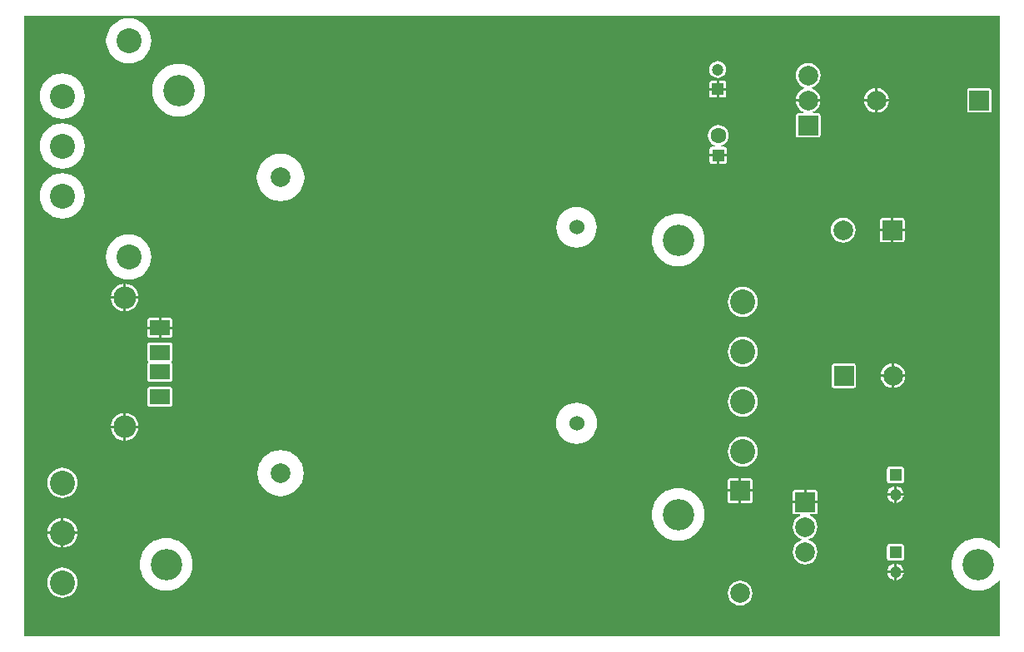
<source format=gtl>
G04 Layer_Physical_Order=1*
G04 Layer_Color=255*
%FSLAX25Y25*%
%MOIN*%
G70*
G01*
G75*
%ADD10C,0.02500*%
%ADD11C,0.10000*%
%ADD12C,0.06000*%
%ADD13C,0.07874*%
%ADD14R,0.07874X0.07874*%
%ADD15R,0.07874X0.07874*%
%ADD16C,0.06299*%
%ADD17R,0.04724X0.04724*%
%ADD18C,0.04724*%
%ADD19R,0.07874X0.06000*%
%ADD20C,0.09055*%
%ADD21C,0.12600*%
%ADD22C,0.05000*%
G36*
X336380Y-88276D02*
X335880Y-88460D01*
X334964Y-87388D01*
X333707Y-86314D01*
X332297Y-85451D01*
X330770Y-84818D01*
X329163Y-84432D01*
X327516Y-84303D01*
X325868Y-84432D01*
X324261Y-84818D01*
X322734Y-85451D01*
X321324Y-86314D01*
X320068Y-87388D01*
X318994Y-88644D01*
X318131Y-90054D01*
X317498Y-91581D01*
X317112Y-93188D01*
X316983Y-94836D01*
X317112Y-96483D01*
X317498Y-98090D01*
X318131Y-99617D01*
X318994Y-101027D01*
X320068Y-102284D01*
X321324Y-103357D01*
X322734Y-104221D01*
X324261Y-104853D01*
X325868Y-105239D01*
X327516Y-105369D01*
X329163Y-105239D01*
X330770Y-104853D01*
X332297Y-104221D01*
X333707Y-103357D01*
X334964Y-102284D01*
X335880Y-101211D01*
X336380Y-101395D01*
Y-123739D01*
X-54262D01*
Y125170D01*
X336380D01*
Y-88276D01*
D02*
G37*
%LPC*%
G36*
X296878Y-55580D02*
X292153D01*
X291763Y-55657D01*
X291432Y-55878D01*
X291211Y-56209D01*
X291134Y-56599D01*
Y-61324D01*
X291211Y-61714D01*
X291432Y-62045D01*
X291763Y-62266D01*
X292153Y-62343D01*
X296878D01*
X297268Y-62266D01*
X297599Y-62045D01*
X297820Y-61714D01*
X297897Y-61324D01*
Y-56599D01*
X297820Y-56209D01*
X297599Y-55878D01*
X297268Y-55657D01*
X296878Y-55580D01*
D02*
G37*
G36*
X236233Y-60298D02*
X232796D01*
Y-64755D01*
X237252D01*
Y-61318D01*
X237175Y-60928D01*
X236954Y-60597D01*
X236623Y-60376D01*
X236233Y-60298D01*
D02*
G37*
G36*
X166808Y-29990D02*
X165193Y-30149D01*
X163640Y-30620D01*
X162209Y-31385D01*
X160954Y-32414D01*
X159925Y-33669D01*
X159160Y-35100D01*
X158688Y-36654D01*
X158529Y-38269D01*
X158688Y-39884D01*
X159160Y-41437D01*
X159925Y-42868D01*
X160954Y-44123D01*
X162209Y-45153D01*
X163640Y-45918D01*
X165193Y-46389D01*
X166808Y-46548D01*
X168424Y-46389D01*
X169977Y-45918D01*
X171408Y-45153D01*
X172663Y-44123D01*
X173692Y-42868D01*
X174457Y-41437D01*
X174928Y-39884D01*
X175088Y-38269D01*
X174928Y-36654D01*
X174457Y-35100D01*
X173692Y-33669D01*
X172663Y-32414D01*
X171408Y-31385D01*
X169977Y-30620D01*
X168424Y-30149D01*
X166808Y-29990D01*
D02*
G37*
G36*
X233406Y-43617D02*
X232229Y-43732D01*
X231098Y-44076D01*
X230056Y-44633D01*
X229142Y-45382D01*
X228393Y-46296D01*
X227835Y-47338D01*
X227492Y-48469D01*
X227377Y-49646D01*
X227492Y-50822D01*
X227835Y-51953D01*
X228393Y-52995D01*
X229142Y-53909D01*
X230056Y-54659D01*
X231098Y-55216D01*
X232229Y-55559D01*
X233406Y-55675D01*
X234582Y-55559D01*
X235713Y-55216D01*
X236755Y-54659D01*
X237669Y-53909D01*
X238419Y-52995D01*
X238976Y-51953D01*
X239319Y-50822D01*
X239435Y-49646D01*
X239319Y-48469D01*
X238976Y-47338D01*
X238419Y-46296D01*
X237669Y-45382D01*
X236755Y-44633D01*
X235713Y-44076D01*
X234582Y-43732D01*
X233406Y-43617D01*
D02*
G37*
G36*
X231796Y-60298D02*
X228359D01*
X227968Y-60376D01*
X227638Y-60597D01*
X227417Y-60928D01*
X227339Y-61318D01*
Y-64755D01*
X231796D01*
Y-60298D01*
D02*
G37*
G36*
X48309Y-49045D02*
X46509Y-49222D01*
X44779Y-49747D01*
X43184Y-50599D01*
X41786Y-51746D01*
X40639Y-53144D01*
X39787Y-54739D01*
X39262Y-56469D01*
X39084Y-58269D01*
X39262Y-60068D01*
X39787Y-61799D01*
X40639Y-63393D01*
X41786Y-64791D01*
X43184Y-65938D01*
X44779Y-66791D01*
X46509Y-67316D01*
X48309Y-67493D01*
X50108Y-67316D01*
X51838Y-66791D01*
X53433Y-65938D01*
X54831Y-64791D01*
X55978Y-63393D01*
X56830Y-61799D01*
X57355Y-60068D01*
X57533Y-58269D01*
X57355Y-56469D01*
X56830Y-54739D01*
X55978Y-53144D01*
X54831Y-51746D01*
X53433Y-50599D01*
X51838Y-49747D01*
X50108Y-49222D01*
X48309Y-49045D01*
D02*
G37*
G36*
X-39094Y-56117D02*
X-40271Y-56232D01*
X-41402Y-56576D01*
X-42444Y-57133D01*
X-43358Y-57882D01*
X-44107Y-58796D01*
X-44664Y-59838D01*
X-45008Y-60969D01*
X-45123Y-62146D01*
X-45008Y-63322D01*
X-44664Y-64453D01*
X-44107Y-65495D01*
X-43358Y-66409D01*
X-42444Y-67159D01*
X-41402Y-67716D01*
X-40271Y-68059D01*
X-39094Y-68175D01*
X-37918Y-68059D01*
X-36787Y-67716D01*
X-35745Y-67159D01*
X-34831Y-66409D01*
X-34081Y-65495D01*
X-33524Y-64453D01*
X-33181Y-63322D01*
X-33065Y-62146D01*
X-33181Y-60969D01*
X-33524Y-59838D01*
X-34081Y-58796D01*
X-34831Y-57882D01*
X-35745Y-57133D01*
X-36787Y-56576D01*
X-37918Y-56232D01*
X-39094Y-56117D01*
D02*
G37*
G36*
X295016Y-63510D02*
Y-66336D01*
X297841D01*
X297791Y-65958D01*
X297452Y-65140D01*
X296914Y-64438D01*
X296211Y-63899D01*
X295393Y-63560D01*
X295016Y-63510D01*
D02*
G37*
G36*
X294016D02*
X293638Y-63560D01*
X292820Y-63899D01*
X292118Y-64438D01*
X291579Y-65140D01*
X291240Y-65958D01*
X291190Y-66336D01*
X294016D01*
Y-63510D01*
D02*
G37*
G36*
X-14594Y-40146D02*
X-19604D01*
X-19480Y-41089D01*
X-18923Y-42433D01*
X-18037Y-43588D01*
X-16882Y-44474D01*
X-15537Y-45031D01*
X-14594Y-45155D01*
Y-40146D01*
D02*
G37*
G36*
X277748Y-14229D02*
X269874D01*
X269483Y-14307D01*
X269153Y-14528D01*
X268932Y-14858D01*
X268854Y-15249D01*
Y-23123D01*
X268932Y-23513D01*
X269153Y-23844D01*
X269483Y-24065D01*
X269874Y-24142D01*
X277748D01*
X278138Y-24065D01*
X278469Y-23844D01*
X278690Y-23513D01*
X278767Y-23123D01*
Y-15249D01*
X278690Y-14858D01*
X278469Y-14528D01*
X278138Y-14307D01*
X277748Y-14229D01*
D02*
G37*
G36*
X3937Y-23539D02*
X-3937D01*
X-4327Y-23617D01*
X-4658Y-23838D01*
X-4879Y-24169D01*
X-4957Y-24559D01*
Y-30559D01*
X-4879Y-30949D01*
X-4658Y-31280D01*
X-4327Y-31501D01*
X-3937Y-31579D01*
X3937D01*
X4327Y-31501D01*
X4658Y-31280D01*
X4879Y-30949D01*
X4957Y-30559D01*
Y-24559D01*
X4879Y-24169D01*
X4658Y-23838D01*
X4327Y-23617D01*
X3937Y-23539D01*
D02*
G37*
G36*
X298409Y-19686D02*
X293996D01*
Y-24099D01*
X294784Y-23995D01*
X295985Y-23498D01*
X297017Y-22707D01*
X297808Y-21675D01*
X298306Y-20474D01*
X298409Y-19686D01*
D02*
G37*
G36*
X292996D02*
X288582D01*
X288686Y-20474D01*
X289183Y-21675D01*
X289974Y-22707D01*
X291006Y-23498D01*
X292207Y-23995D01*
X292996Y-24099D01*
Y-19686D01*
D02*
G37*
G36*
X233406Y-23617D02*
X232229Y-23732D01*
X231098Y-24076D01*
X230056Y-24633D01*
X229142Y-25382D01*
X228393Y-26296D01*
X227835Y-27338D01*
X227492Y-28469D01*
X227377Y-29646D01*
X227492Y-30822D01*
X227835Y-31953D01*
X228393Y-32995D01*
X229142Y-33909D01*
X230056Y-34659D01*
X231098Y-35216D01*
X232229Y-35559D01*
X233406Y-35675D01*
X234582Y-35559D01*
X235713Y-35216D01*
X236755Y-34659D01*
X237669Y-33909D01*
X238419Y-32995D01*
X238976Y-31953D01*
X239319Y-30822D01*
X239435Y-29646D01*
X239319Y-28469D01*
X238976Y-27338D01*
X238419Y-26296D01*
X237669Y-25382D01*
X236755Y-24633D01*
X235713Y-24076D01*
X234582Y-23732D01*
X233406Y-23617D01*
D02*
G37*
G36*
X-8585Y-40146D02*
X-13594D01*
Y-45155D01*
X-12651Y-45031D01*
X-11307Y-44474D01*
X-10152Y-43588D01*
X-9266Y-42433D01*
X-8709Y-41089D01*
X-8585Y-40146D01*
D02*
G37*
G36*
X3937Y-5823D02*
X-3937D01*
X-4327Y-5901D01*
X-4658Y-6122D01*
X-4879Y-6452D01*
X-4957Y-6843D01*
Y-12843D01*
X-4879Y-13233D01*
X-4736Y-13446D01*
X-4689Y-13780D01*
X-4736Y-14113D01*
X-4879Y-14326D01*
X-4957Y-14717D01*
Y-20717D01*
X-4879Y-21107D01*
X-4658Y-21438D01*
X-4327Y-21659D01*
X-3937Y-21736D01*
X3937D01*
X4327Y-21659D01*
X4658Y-21438D01*
X4879Y-21107D01*
X4957Y-20717D01*
Y-14717D01*
X4879Y-14326D01*
X4736Y-14113D01*
X4689Y-13780D01*
X4736Y-13446D01*
X4879Y-13233D01*
X4957Y-12843D01*
Y-6843D01*
X4879Y-6452D01*
X4658Y-6122D01*
X4327Y-5901D01*
X3937Y-5823D01*
D02*
G37*
G36*
X-13594Y-34136D02*
Y-39146D01*
X-8585D01*
X-8709Y-38203D01*
X-9266Y-36858D01*
X-10152Y-35703D01*
X-11307Y-34817D01*
X-12651Y-34260D01*
X-13594Y-34136D01*
D02*
G37*
G36*
X-14594D02*
X-15537Y-34260D01*
X-16882Y-34817D01*
X-18037Y-35703D01*
X-18923Y-36858D01*
X-19480Y-38203D01*
X-19604Y-39146D01*
X-14594D01*
Y-34136D01*
D02*
G37*
G36*
X262253Y-64879D02*
X258816D01*
Y-69336D01*
X263272D01*
Y-65899D01*
X263195Y-65508D01*
X262974Y-65178D01*
X262643Y-64957D01*
X262253Y-64879D01*
D02*
G37*
G36*
X295016Y-94510D02*
Y-97336D01*
X297841D01*
X297791Y-96958D01*
X297452Y-96140D01*
X296914Y-95438D01*
X296211Y-94899D01*
X295393Y-94560D01*
X295016Y-94510D01*
D02*
G37*
G36*
X294016D02*
X293638Y-94560D01*
X292820Y-94899D01*
X292118Y-95438D01*
X291579Y-96140D01*
X291240Y-96958D01*
X291190Y-97336D01*
X294016D01*
Y-94510D01*
D02*
G37*
G36*
X296878Y-86580D02*
X292153D01*
X291763Y-86657D01*
X291432Y-86878D01*
X291211Y-87209D01*
X291134Y-87599D01*
Y-92324D01*
X291211Y-92714D01*
X291432Y-93045D01*
X291763Y-93266D01*
X292153Y-93343D01*
X296878D01*
X297268Y-93266D01*
X297599Y-93045D01*
X297820Y-92714D01*
X297897Y-92324D01*
Y-87599D01*
X297820Y-87209D01*
X297599Y-86878D01*
X297268Y-86657D01*
X296878Y-86580D01*
D02*
G37*
G36*
X263272Y-70336D02*
X258316D01*
X253359D01*
Y-73773D01*
X253437Y-74163D01*
X253658Y-74494D01*
X253988Y-74715D01*
X254379Y-74792D01*
X256284D01*
X256383Y-75292D01*
X255826Y-75523D01*
X254795Y-76315D01*
X254003Y-77346D01*
X253506Y-78547D01*
X253336Y-79836D01*
X253506Y-81124D01*
X254003Y-82325D01*
X254795Y-83357D01*
X255826Y-84148D01*
X256832Y-84565D01*
Y-85106D01*
X255826Y-85523D01*
X254795Y-86314D01*
X254003Y-87346D01*
X253506Y-88547D01*
X253336Y-89836D01*
X253506Y-91124D01*
X254003Y-92325D01*
X254795Y-93357D01*
X255826Y-94148D01*
X257027Y-94646D01*
X258316Y-94815D01*
X259604Y-94646D01*
X260805Y-94148D01*
X261837Y-93357D01*
X262628Y-92325D01*
X263125Y-91124D01*
X263295Y-89836D01*
X263125Y-88547D01*
X262628Y-87346D01*
X261837Y-86314D01*
X260805Y-85523D01*
X259799Y-85106D01*
Y-84565D01*
X260805Y-84148D01*
X261837Y-83357D01*
X262628Y-82325D01*
X263125Y-81124D01*
X263295Y-79836D01*
X263125Y-78547D01*
X262628Y-77346D01*
X261837Y-76315D01*
X260805Y-75523D01*
X260248Y-75292D01*
X260347Y-74792D01*
X262253D01*
X262643Y-74715D01*
X262974Y-74494D01*
X263195Y-74163D01*
X263272Y-73773D01*
Y-70336D01*
D02*
G37*
G36*
X297841Y-98336D02*
X295016D01*
Y-101161D01*
X295393Y-101111D01*
X296211Y-100773D01*
X296914Y-100234D01*
X297452Y-99531D01*
X297791Y-98713D01*
X297841Y-98336D01*
D02*
G37*
G36*
X-39094Y-96117D02*
X-40271Y-96232D01*
X-41402Y-96575D01*
X-42444Y-97133D01*
X-43358Y-97882D01*
X-44107Y-98796D01*
X-44664Y-99838D01*
X-45008Y-100969D01*
X-45123Y-102146D01*
X-45008Y-103322D01*
X-44664Y-104453D01*
X-44107Y-105495D01*
X-43358Y-106409D01*
X-42444Y-107159D01*
X-41402Y-107716D01*
X-40271Y-108059D01*
X-39094Y-108175D01*
X-37918Y-108059D01*
X-36787Y-107716D01*
X-35745Y-107159D01*
X-34831Y-106409D01*
X-34081Y-105495D01*
X-33524Y-104453D01*
X-33181Y-103322D01*
X-33065Y-102146D01*
X-33181Y-100969D01*
X-33524Y-99838D01*
X-34081Y-98796D01*
X-34831Y-97882D01*
X-35745Y-97133D01*
X-36787Y-96575D01*
X-37918Y-96232D01*
X-39094Y-96117D01*
D02*
G37*
G36*
X232296Y-101457D02*
X231007Y-101626D01*
X229806Y-102124D01*
X228774Y-102915D01*
X227983Y-103946D01*
X227486Y-105147D01*
X227316Y-106436D01*
X227486Y-107725D01*
X227983Y-108926D01*
X228774Y-109957D01*
X229806Y-110749D01*
X231007Y-111246D01*
X232296Y-111416D01*
X233584Y-111246D01*
X234785Y-110749D01*
X235817Y-109957D01*
X236608Y-108926D01*
X237105Y-107725D01*
X237275Y-106436D01*
X237105Y-105147D01*
X236608Y-103946D01*
X235817Y-102915D01*
X234785Y-102124D01*
X233584Y-101626D01*
X232296Y-101457D01*
D02*
G37*
G36*
X294016Y-98336D02*
X291190D01*
X291240Y-98713D01*
X291579Y-99531D01*
X292118Y-100234D01*
X292820Y-100773D01*
X293638Y-101111D01*
X294016Y-101161D01*
Y-98336D01*
D02*
G37*
G36*
X2516Y-84283D02*
X865Y-84413D01*
X-745Y-84800D01*
X-2275Y-85433D01*
X-3687Y-86298D01*
X-4946Y-87374D01*
X-6022Y-88633D01*
X-6887Y-90045D01*
X-7520Y-91575D01*
X-7907Y-93185D01*
X-8037Y-94836D01*
X-7907Y-96486D01*
X-7520Y-98097D01*
X-6887Y-99626D01*
X-6022Y-101038D01*
X-4946Y-102297D01*
X-3687Y-103373D01*
X-2275Y-104238D01*
X-745Y-104872D01*
X865Y-105258D01*
X2516Y-105388D01*
X4166Y-105258D01*
X5776Y-104872D01*
X7306Y-104238D01*
X8718Y-103373D01*
X9977Y-102297D01*
X11053Y-101038D01*
X11918Y-99626D01*
X12552Y-98097D01*
X12938Y-96486D01*
X13068Y-94836D01*
X12938Y-93185D01*
X12552Y-91575D01*
X11918Y-90045D01*
X11053Y-88633D01*
X9977Y-87374D01*
X8718Y-86298D01*
X7306Y-85433D01*
X5776Y-84800D01*
X4166Y-84413D01*
X2516Y-84283D01*
D02*
G37*
G36*
X-39594Y-82646D02*
X-45074D01*
X-45008Y-83322D01*
X-44664Y-84453D01*
X-44107Y-85495D01*
X-43358Y-86409D01*
X-42444Y-87159D01*
X-41402Y-87716D01*
X-40271Y-88059D01*
X-39594Y-88125D01*
Y-82646D01*
D02*
G37*
G36*
X294016Y-67336D02*
X291190D01*
X291240Y-67713D01*
X291579Y-68531D01*
X292118Y-69234D01*
X292820Y-69772D01*
X293638Y-70111D01*
X294016Y-70161D01*
Y-67336D01*
D02*
G37*
G36*
X237252Y-65755D02*
X232796D01*
Y-70212D01*
X236233D01*
X236623Y-70134D01*
X236954Y-69913D01*
X237175Y-69582D01*
X237252Y-69192D01*
Y-65755D01*
D02*
G37*
G36*
X257816Y-64879D02*
X254379D01*
X253988Y-64957D01*
X253658Y-65178D01*
X253437Y-65508D01*
X253359Y-65899D01*
Y-69336D01*
X257816D01*
Y-64879D01*
D02*
G37*
G36*
X297841Y-67336D02*
X295016D01*
Y-70161D01*
X295393Y-70111D01*
X296211Y-69772D01*
X296914Y-69234D01*
X297452Y-68531D01*
X297791Y-67713D01*
X297841Y-67336D01*
D02*
G37*
G36*
X231796Y-65755D02*
X227339D01*
Y-69192D01*
X227417Y-69582D01*
X227638Y-69913D01*
X227968Y-70134D01*
X228359Y-70212D01*
X231796D01*
Y-65755D01*
D02*
G37*
G36*
X207516Y-64303D02*
X205868Y-64432D01*
X204261Y-64818D01*
X202734Y-65451D01*
X201324Y-66314D01*
X200068Y-67388D01*
X198994Y-68644D01*
X198131Y-70054D01*
X197498Y-71581D01*
X197112Y-73188D01*
X196983Y-74836D01*
X197112Y-76483D01*
X197498Y-78091D01*
X198131Y-79618D01*
X198994Y-81027D01*
X200068Y-82284D01*
X201324Y-83357D01*
X202734Y-84221D01*
X204261Y-84853D01*
X205868Y-85239D01*
X207516Y-85369D01*
X209163Y-85239D01*
X210771Y-84853D01*
X212298Y-84221D01*
X213707Y-83357D01*
X214964Y-82284D01*
X216037Y-81027D01*
X216901Y-79618D01*
X217533Y-78091D01*
X217919Y-76483D01*
X218049Y-74836D01*
X217919Y-73188D01*
X217533Y-71581D01*
X216901Y-70054D01*
X216037Y-68644D01*
X214964Y-67388D01*
X213707Y-66314D01*
X212298Y-65451D01*
X210771Y-64818D01*
X209163Y-64432D01*
X207516Y-64303D01*
D02*
G37*
G36*
X-33115Y-82646D02*
X-38594D01*
Y-88125D01*
X-37918Y-88059D01*
X-36787Y-87716D01*
X-35745Y-87159D01*
X-34831Y-86409D01*
X-34081Y-85495D01*
X-33524Y-84453D01*
X-33181Y-83322D01*
X-33115Y-82646D01*
D02*
G37*
G36*
X-38594Y-76166D02*
Y-81646D01*
X-33115D01*
X-33181Y-80969D01*
X-33524Y-79838D01*
X-34081Y-78796D01*
X-34831Y-77882D01*
X-35745Y-77133D01*
X-36787Y-76575D01*
X-37918Y-76232D01*
X-38594Y-76166D01*
D02*
G37*
G36*
X-39594D02*
X-40271Y-76232D01*
X-41402Y-76575D01*
X-42444Y-77133D01*
X-43358Y-77882D01*
X-44107Y-78796D01*
X-44664Y-79838D01*
X-45008Y-80969D01*
X-45074Y-81646D01*
X-39594D01*
Y-76166D01*
D02*
G37*
G36*
X292996Y-14272D02*
X292207Y-14376D01*
X291006Y-14873D01*
X289974Y-15664D01*
X289183Y-16696D01*
X288686Y-17897D01*
X288582Y-18686D01*
X292996D01*
Y-14272D01*
D02*
G37*
G36*
X-39094Y101898D02*
X-40859Y101724D01*
X-42555Y101210D01*
X-44119Y100374D01*
X-45489Y99249D01*
X-46614Y97879D01*
X-47449Y96315D01*
X-47964Y94619D01*
X-48138Y92854D01*
X-47964Y91090D01*
X-47449Y89394D01*
X-46614Y87830D01*
X-45489Y86460D01*
X-44119Y85335D01*
X-42555Y84499D01*
X-40859Y83985D01*
X-39094Y83811D01*
X-37330Y83985D01*
X-35634Y84499D01*
X-34070Y85335D01*
X-32700Y86460D01*
X-31575Y87830D01*
X-30739Y89394D01*
X-30225Y91090D01*
X-30051Y92854D01*
X-30225Y94619D01*
X-30739Y96315D01*
X-31575Y97879D01*
X-32700Y99249D01*
X-34070Y100374D01*
X-35634Y101210D01*
X-37330Y101724D01*
X-39094Y101898D01*
D02*
G37*
G36*
X264429Y90664D02*
X259516D01*
X254602D01*
X254706Y89876D01*
X255203Y88675D01*
X255995Y87643D01*
X257026Y86852D01*
X257583Y86621D01*
X257484Y86121D01*
X255579D01*
X255188Y86043D01*
X254858Y85822D01*
X254637Y85492D01*
X254559Y85101D01*
Y77227D01*
X254637Y76837D01*
X254858Y76506D01*
X255188Y76285D01*
X255579Y76208D01*
X263453D01*
X263843Y76285D01*
X264174Y76506D01*
X264395Y76837D01*
X264472Y77227D01*
Y85101D01*
X264395Y85492D01*
X264174Y85822D01*
X263843Y86043D01*
X263453Y86121D01*
X261547D01*
X261448Y86621D01*
X262005Y86852D01*
X263037Y87643D01*
X263828Y88675D01*
X264325Y89876D01*
X264429Y90664D01*
D02*
G37*
G36*
X7516Y105764D02*
X5858Y105633D01*
X4240Y105245D01*
X2703Y104609D01*
X1285Y103740D01*
X21Y102659D01*
X-1060Y101395D01*
X-1929Y99976D01*
X-2565Y98440D01*
X-2953Y96823D01*
X-3084Y95164D01*
X-2953Y93506D01*
X-2565Y91889D01*
X-1929Y90352D01*
X-1060Y88934D01*
X21Y87669D01*
X1285Y86589D01*
X2703Y85720D01*
X4240Y85084D01*
X5858Y84695D01*
X7516Y84565D01*
X9174Y84695D01*
X10791Y85084D01*
X12328Y85720D01*
X13746Y86589D01*
X15011Y87669D01*
X16091Y88934D01*
X16960Y90352D01*
X17596Y91889D01*
X17985Y93506D01*
X18115Y95164D01*
X17985Y96823D01*
X17596Y98440D01*
X16960Y99976D01*
X16091Y101395D01*
X15011Y102659D01*
X13746Y103740D01*
X12328Y104609D01*
X10791Y105245D01*
X9174Y105633D01*
X7516Y105764D01*
D02*
G37*
G36*
X286425Y90664D02*
X282011D01*
X282115Y89876D01*
X282612Y88675D01*
X283404Y87643D01*
X284435Y86852D01*
X285636Y86355D01*
X286425Y86251D01*
Y90664D01*
D02*
G37*
G36*
X332043Y96121D02*
X324169D01*
X323779Y96043D01*
X323448Y95822D01*
X323227Y95492D01*
X323150Y95101D01*
Y87227D01*
X323227Y86837D01*
X323448Y86506D01*
X323779Y86285D01*
X324169Y86208D01*
X332043D01*
X332433Y86285D01*
X332764Y86506D01*
X332985Y86837D01*
X333063Y87227D01*
Y95101D01*
X332985Y95492D01*
X332764Y95822D01*
X332433Y96043D01*
X332043Y96121D01*
D02*
G37*
G36*
X-39094Y81898D02*
X-40859Y81724D01*
X-42555Y81210D01*
X-44119Y80374D01*
X-45489Y79249D01*
X-46614Y77879D01*
X-47449Y76315D01*
X-47964Y74619D01*
X-48138Y72854D01*
X-47964Y71090D01*
X-47449Y69394D01*
X-46614Y67830D01*
X-45489Y66460D01*
X-44119Y65335D01*
X-42555Y64499D01*
X-40859Y63985D01*
X-39094Y63811D01*
X-37330Y63985D01*
X-35634Y64499D01*
X-34070Y65335D01*
X-32700Y66460D01*
X-31575Y67830D01*
X-30739Y69394D01*
X-30225Y71090D01*
X-30051Y72854D01*
X-30225Y74619D01*
X-30739Y76315D01*
X-31575Y77879D01*
X-32700Y79249D01*
X-34070Y80374D01*
X-35634Y81210D01*
X-37330Y81724D01*
X-39094Y81898D01*
D02*
G37*
G36*
X48309Y69737D02*
X46454Y69555D01*
X44671Y69014D01*
X43027Y68135D01*
X41587Y66953D01*
X40404Y65513D01*
X39526Y63869D01*
X38985Y62086D01*
X38802Y60231D01*
X38985Y58377D01*
X39526Y56594D01*
X40404Y54950D01*
X41587Y53510D01*
X43027Y52327D01*
X44671Y51449D01*
X46454Y50908D01*
X48309Y50725D01*
X50163Y50908D01*
X51946Y51449D01*
X53590Y52327D01*
X55030Y53510D01*
X56213Y54950D01*
X57091Y56594D01*
X57632Y58377D01*
X57815Y60231D01*
X57632Y62086D01*
X57091Y63869D01*
X56213Y65513D01*
X55030Y66953D01*
X53590Y68135D01*
X51946Y69014D01*
X50163Y69555D01*
X48309Y69737D01*
D02*
G37*
G36*
X223016Y68664D02*
X220134D01*
Y66802D01*
X220211Y66412D01*
X220432Y66081D01*
X220763Y65860D01*
X221153Y65783D01*
X223016D01*
Y68664D01*
D02*
G37*
G36*
X223516Y81224D02*
X222432Y81081D01*
X221423Y80663D01*
X220556Y79998D01*
X219891Y79131D01*
X219473Y78122D01*
X219330Y77038D01*
X219473Y75955D01*
X219891Y74946D01*
X220556Y74079D01*
X221423Y73414D01*
X222310Y73046D01*
X222211Y72546D01*
X221153D01*
X220763Y72469D01*
X220432Y72248D01*
X220211Y71917D01*
X220134Y71527D01*
Y69664D01*
X223516D01*
X226897D01*
Y71527D01*
X226820Y71917D01*
X226599Y72248D01*
X226268Y72469D01*
X225878Y72546D01*
X224820D01*
X224721Y73046D01*
X225608Y73414D01*
X226475Y74079D01*
X227140Y74946D01*
X227558Y75955D01*
X227701Y77038D01*
X227558Y78122D01*
X227140Y79131D01*
X226475Y79998D01*
X225608Y80663D01*
X224599Y81081D01*
X223516Y81224D01*
D02*
G37*
G36*
X226897Y68664D02*
X224016D01*
Y65783D01*
X225878D01*
X226268Y65860D01*
X226599Y66081D01*
X226820Y66412D01*
X226897Y66802D01*
Y68664D01*
D02*
G37*
G36*
X222896Y98992D02*
X221033D01*
X220643Y98915D01*
X220312Y98694D01*
X220091Y98363D01*
X220014Y97973D01*
Y96110D01*
X222896D01*
Y98992D01*
D02*
G37*
G36*
X226777Y95110D02*
X223896D01*
Y92229D01*
X225758D01*
X226148Y92306D01*
X226479Y92527D01*
X226700Y92858D01*
X226777Y93248D01*
Y95110D01*
D02*
G37*
G36*
X225758Y98992D02*
X223896D01*
Y96110D01*
X226777D01*
Y97973D01*
X226700Y98363D01*
X226479Y98694D01*
X226148Y98915D01*
X225758Y98992D01*
D02*
G37*
G36*
X-12500Y124044D02*
X-14264Y123870D01*
X-15961Y123355D01*
X-17524Y122519D01*
X-18895Y121395D01*
X-20019Y120024D01*
X-20855Y118461D01*
X-21370Y116764D01*
X-21543Y115000D01*
X-21370Y113236D01*
X-20855Y111539D01*
X-20019Y109976D01*
X-18895Y108605D01*
X-17524Y107481D01*
X-15961Y106645D01*
X-14264Y106130D01*
X-12500Y105956D01*
X-10736Y106130D01*
X-9039Y106645D01*
X-7476Y107481D01*
X-6105Y108605D01*
X-4981Y109976D01*
X-4145Y111539D01*
X-3630Y113236D01*
X-3457Y115000D01*
X-3630Y116764D01*
X-4145Y118461D01*
X-4981Y120024D01*
X-6105Y121395D01*
X-7476Y122519D01*
X-9039Y123355D01*
X-10736Y123870D01*
X-12500Y124044D01*
D02*
G37*
G36*
X223396Y106876D02*
X222518Y106760D01*
X221700Y106421D01*
X220998Y105882D01*
X220459Y105180D01*
X220120Y104362D01*
X220004Y103484D01*
X220120Y102607D01*
X220459Y101789D01*
X220998Y101086D01*
X221700Y100548D01*
X222518Y100209D01*
X223396Y100093D01*
X224273Y100209D01*
X225091Y100548D01*
X225794Y101086D01*
X226332Y101789D01*
X226671Y102607D01*
X226787Y103484D01*
X226671Y104362D01*
X226332Y105180D01*
X225794Y105882D01*
X225091Y106421D01*
X224273Y106760D01*
X223396Y106876D01*
D02*
G37*
G36*
X259516Y106144D02*
X258227Y105974D01*
X257026Y105477D01*
X255995Y104685D01*
X255203Y103654D01*
X254706Y102453D01*
X254536Y101164D01*
X254706Y99876D01*
X255203Y98675D01*
X255995Y97643D01*
X257026Y96852D01*
X258032Y96435D01*
Y95894D01*
X257026Y95477D01*
X255995Y94686D01*
X255203Y93654D01*
X254706Y92453D01*
X254602Y91664D01*
X259516D01*
X264429D01*
X264325Y92453D01*
X263828Y93654D01*
X263037Y94686D01*
X262005Y95477D01*
X260999Y95894D01*
Y96435D01*
X262005Y96852D01*
X263037Y97643D01*
X263828Y98675D01*
X264325Y99876D01*
X264495Y101164D01*
X264325Y102453D01*
X263828Y103654D01*
X263037Y104685D01*
X262005Y105477D01*
X260804Y105974D01*
X259516Y106144D01*
D02*
G37*
G36*
X291839Y90664D02*
X287425D01*
Y86251D01*
X288214Y86355D01*
X289415Y86852D01*
X290446Y87643D01*
X291237Y88675D01*
X291735Y89876D01*
X291839Y90664D01*
D02*
G37*
G36*
X286425Y96078D02*
X285636Y95974D01*
X284435Y95477D01*
X283404Y94686D01*
X282612Y93654D01*
X282115Y92453D01*
X282011Y91664D01*
X286425D01*
Y96078D01*
D02*
G37*
G36*
X222896Y95110D02*
X220014D01*
Y93248D01*
X220091Y92858D01*
X220312Y92527D01*
X220643Y92306D01*
X221033Y92229D01*
X222896D01*
Y95110D01*
D02*
G37*
G36*
X287425Y96078D02*
Y91664D01*
X291839D01*
X291735Y92453D01*
X291237Y93654D01*
X290446Y94686D01*
X289415Y95477D01*
X288214Y95974D01*
X287425Y96078D01*
D02*
G37*
G36*
X233406Y16383D02*
X232229Y16268D01*
X231098Y15924D01*
X230056Y15367D01*
X229142Y14618D01*
X228393Y13704D01*
X227835Y12662D01*
X227492Y11531D01*
X227377Y10354D01*
X227492Y9178D01*
X227835Y8047D01*
X228393Y7005D01*
X229142Y6091D01*
X230056Y5341D01*
X231098Y4784D01*
X232229Y4441D01*
X233406Y4325D01*
X234582Y4441D01*
X235713Y4784D01*
X236755Y5341D01*
X237669Y6091D01*
X238419Y7005D01*
X238976Y8047D01*
X239319Y9178D01*
X239435Y10354D01*
X239319Y11531D01*
X238976Y12662D01*
X238419Y13704D01*
X237669Y14618D01*
X236755Y15367D01*
X235713Y15924D01*
X234582Y16268D01*
X233406Y16383D01*
D02*
G37*
G36*
X3937Y4020D02*
X500D01*
Y500D01*
X4957D01*
Y3000D01*
X4879Y3390D01*
X4658Y3721D01*
X4327Y3942D01*
X3937Y4020D01*
D02*
G37*
G36*
X-14594Y11587D02*
X-19604D01*
X-19480Y10644D01*
X-18923Y9299D01*
X-18037Y8144D01*
X-16882Y7258D01*
X-15537Y6701D01*
X-14594Y6577D01*
Y11587D01*
D02*
G37*
G36*
Y17596D02*
X-15537Y17472D01*
X-16882Y16915D01*
X-18037Y16029D01*
X-18923Y14874D01*
X-19480Y13530D01*
X-19604Y12587D01*
X-14594D01*
Y17596D01*
D02*
G37*
G36*
X-8585Y11587D02*
X-13594D01*
Y6577D01*
X-12651Y6701D01*
X-11307Y7258D01*
X-10152Y8144D01*
X-9266Y9299D01*
X-8709Y10644D01*
X-8585Y11587D01*
D02*
G37*
G36*
X233406Y-3617D02*
X232229Y-3732D01*
X231098Y-4075D01*
X230056Y-4633D01*
X229142Y-5382D01*
X228393Y-6296D01*
X227835Y-7338D01*
X227492Y-8469D01*
X227377Y-9646D01*
X227492Y-10822D01*
X227835Y-11953D01*
X228393Y-12995D01*
X229142Y-13909D01*
X230056Y-14659D01*
X231098Y-15216D01*
X232229Y-15559D01*
X233406Y-15675D01*
X234582Y-15559D01*
X235713Y-15216D01*
X236755Y-14659D01*
X237669Y-13909D01*
X238419Y-12995D01*
X238976Y-11953D01*
X239319Y-10822D01*
X239435Y-9646D01*
X239319Y-8469D01*
X238976Y-7338D01*
X238419Y-6296D01*
X237669Y-5382D01*
X236755Y-4633D01*
X235713Y-4075D01*
X234582Y-3732D01*
X233406Y-3617D01*
D02*
G37*
G36*
X293996Y-14272D02*
Y-18686D01*
X298409D01*
X298306Y-17897D01*
X297808Y-16696D01*
X297017Y-15664D01*
X295985Y-14873D01*
X294784Y-14376D01*
X293996Y-14272D01*
D02*
G37*
G36*
X-500Y-500D02*
X-4957D01*
Y-3000D01*
X-4879Y-3390D01*
X-4658Y-3721D01*
X-4327Y-3942D01*
X-3937Y-4020D01*
X-500D01*
Y-500D01*
D02*
G37*
G36*
Y4020D02*
X-3937D01*
X-4327Y3942D01*
X-4658Y3721D01*
X-4879Y3390D01*
X-4957Y3000D01*
Y500D01*
X-500D01*
Y4020D01*
D02*
G37*
G36*
X4957Y-500D02*
X500D01*
Y-4020D01*
X3937D01*
X4327Y-3942D01*
X4658Y-3721D01*
X4879Y-3390D01*
X4957Y-3000D01*
Y-500D01*
D02*
G37*
G36*
X298157Y38664D02*
X293701D01*
Y34208D01*
X297138D01*
X297528Y34285D01*
X297859Y34506D01*
X298080Y34837D01*
X298157Y35227D01*
Y38664D01*
D02*
G37*
G36*
X292701D02*
X288244D01*
Y35227D01*
X288322Y34837D01*
X288543Y34506D01*
X288873Y34285D01*
X289264Y34208D01*
X292701D01*
Y38664D01*
D02*
G37*
G36*
Y44121D02*
X289264D01*
X288873Y44043D01*
X288543Y43822D01*
X288322Y43492D01*
X288244Y43101D01*
Y39664D01*
X292701D01*
Y44121D01*
D02*
G37*
G36*
X-39094Y61898D02*
X-40859Y61724D01*
X-42555Y61210D01*
X-44119Y60374D01*
X-45489Y59249D01*
X-46614Y57879D01*
X-47449Y56315D01*
X-47964Y54619D01*
X-48138Y52854D01*
X-47964Y51090D01*
X-47449Y49394D01*
X-46614Y47830D01*
X-45489Y46460D01*
X-44119Y45335D01*
X-42555Y44499D01*
X-40859Y43985D01*
X-39094Y43811D01*
X-37330Y43985D01*
X-35634Y44499D01*
X-34070Y45335D01*
X-32700Y46460D01*
X-31575Y47830D01*
X-30739Y49394D01*
X-30225Y51090D01*
X-30051Y52854D01*
X-30225Y54619D01*
X-30739Y56315D01*
X-31575Y57879D01*
X-32700Y59249D01*
X-34070Y60374D01*
X-35634Y61210D01*
X-37330Y61724D01*
X-39094Y61898D01*
D02*
G37*
G36*
X297138Y44121D02*
X293701D01*
Y39664D01*
X298157D01*
Y43101D01*
X298080Y43492D01*
X297859Y43822D01*
X297528Y44043D01*
X297138Y44121D01*
D02*
G37*
G36*
X-12500Y37482D02*
X-14275Y37307D01*
X-15981Y36789D01*
X-17553Y35949D01*
X-18932Y34818D01*
X-20063Y33439D01*
X-20903Y31867D01*
X-21421Y30160D01*
X-21596Y28386D01*
X-21421Y26611D01*
X-20903Y24905D01*
X-20063Y23332D01*
X-18932Y21954D01*
X-17553Y20823D01*
X-15981Y19982D01*
X-14275Y19465D01*
X-12500Y19290D01*
X-10725Y19465D01*
X-9019Y19982D01*
X-7447Y20823D01*
X-6068Y21954D01*
X-4937Y23332D01*
X-4096Y24905D01*
X-3579Y26611D01*
X-3404Y28386D01*
X-3579Y30160D01*
X-4096Y31867D01*
X-4937Y33439D01*
X-6068Y34818D01*
X-7447Y35949D01*
X-9019Y36789D01*
X-10725Y37307D01*
X-12500Y37482D01*
D02*
G37*
G36*
X-13594Y17596D02*
Y12587D01*
X-8585D01*
X-8709Y13530D01*
X-9266Y14874D01*
X-10152Y16029D01*
X-11307Y16915D01*
X-12651Y17472D01*
X-13594Y17596D01*
D02*
G37*
G36*
X207516Y45702D02*
X205867Y45572D01*
X204259Y45186D01*
X202732Y44553D01*
X201322Y43689D01*
X200064Y42616D01*
X198991Y41358D01*
X198127Y39948D01*
X197494Y38421D01*
X197108Y36813D01*
X196978Y35164D01*
X197108Y33516D01*
X197494Y31908D01*
X198127Y30380D01*
X198991Y28971D01*
X200064Y27713D01*
X201322Y26639D01*
X202732Y25775D01*
X204259Y25143D01*
X205867Y24757D01*
X207516Y24627D01*
X209164Y24757D01*
X210772Y25143D01*
X212299Y25775D01*
X213709Y26639D01*
X214967Y27713D01*
X216041Y28971D01*
X216905Y30380D01*
X217537Y31908D01*
X217923Y33516D01*
X218053Y35164D01*
X217923Y36813D01*
X217537Y38421D01*
X216905Y39948D01*
X216041Y41358D01*
X214967Y42616D01*
X213709Y43689D01*
X212299Y44553D01*
X210772Y45186D01*
X209164Y45572D01*
X207516Y45702D01*
D02*
G37*
G36*
X273516Y44144D02*
X272227Y43974D01*
X271026Y43477D01*
X269994Y42685D01*
X269203Y41654D01*
X268706Y40453D01*
X268536Y39164D01*
X268706Y37876D01*
X269203Y36675D01*
X269994Y35643D01*
X271026Y34852D01*
X272227Y34354D01*
X273516Y34185D01*
X274804Y34354D01*
X276005Y34852D01*
X277037Y35643D01*
X277828Y36675D01*
X278326Y37876D01*
X278495Y39164D01*
X278326Y40453D01*
X277828Y41654D01*
X277037Y42685D01*
X276005Y43477D01*
X274804Y43974D01*
X273516Y44144D01*
D02*
G37*
G36*
X166808Y48369D02*
X165221Y48212D01*
X163695Y47749D01*
X162288Y46997D01*
X161055Y45985D01*
X160043Y44752D01*
X159291Y43345D01*
X158827Y41819D01*
X158671Y40231D01*
X158827Y38644D01*
X159291Y37117D01*
X160043Y35710D01*
X161055Y34477D01*
X162288Y33465D01*
X163695Y32713D01*
X165221Y32250D01*
X166808Y32094D01*
X168396Y32250D01*
X169923Y32713D01*
X171329Y33465D01*
X172563Y34477D01*
X173574Y35710D01*
X174327Y37117D01*
X174790Y38644D01*
X174946Y40231D01*
X174790Y41819D01*
X174327Y43345D01*
X173574Y44752D01*
X172563Y45985D01*
X171329Y46997D01*
X169923Y47749D01*
X168396Y48212D01*
X166808Y48369D01*
D02*
G37*
%LPD*%
D10*
X293406Y-7146D02*
X293496Y-7236D01*
X293201Y39164D02*
X293406Y38959D01*
X282500Y-72500D02*
X283051D01*
X282500Y-104431D02*
X289096Y-97836D01*
X282500Y-105000D02*
Y-104431D01*
D11*
X-12500Y28386D02*
D03*
Y115000D02*
D03*
X-39094Y52854D02*
D03*
Y72854D02*
D03*
Y92854D02*
D03*
Y-62146D02*
D03*
Y-82146D02*
D03*
Y-102146D02*
D03*
X233406Y10354D02*
D03*
Y-9646D02*
D03*
Y-29646D02*
D03*
Y-49646D02*
D03*
D12*
X166906Y40354D02*
D03*
Y-38146D02*
D03*
D13*
X48406Y-58146D02*
D03*
Y60354D02*
D03*
X259516Y91164D02*
D03*
Y101164D02*
D03*
X293496Y-19186D02*
D03*
X273516Y39164D02*
D03*
X286925Y91164D02*
D03*
X232296Y-106436D02*
D03*
X258316Y-79836D02*
D03*
Y-89836D02*
D03*
D14*
X259516Y81164D02*
D03*
X232296Y-65255D02*
D03*
X258316Y-69836D02*
D03*
D15*
X273811Y-19186D02*
D03*
X293201Y39164D02*
D03*
X328106Y91164D02*
D03*
D16*
X223516Y77038D02*
D03*
D17*
Y69164D02*
D03*
X294516Y-58962D02*
D03*
Y-89962D02*
D03*
X223396Y95610D02*
D03*
D18*
X294516Y-66836D02*
D03*
Y-97836D02*
D03*
X223396Y103484D02*
D03*
D19*
X0Y0D02*
D03*
Y-9843D02*
D03*
Y-17717D02*
D03*
Y-27559D02*
D03*
D20*
X-14094Y12087D02*
D03*
Y-39646D02*
D03*
D21*
X7516Y95164D02*
D03*
X2516Y-94836D02*
D03*
X207516Y35164D02*
D03*
Y-74836D02*
D03*
X327516Y-94836D02*
D03*
D22*
X-27854Y-82146D02*
D03*
X-15000Y0D02*
D03*
X293406Y27854D02*
D03*
Y-7146D02*
D03*
X275906Y91164D02*
D03*
X242596D02*
D03*
X223406Y60354D02*
D03*
X258406Y-59646D02*
D03*
X-29094Y82854D02*
D03*
X-26594Y72854D02*
D03*
X-29094Y62854D02*
D03*
X282500Y-72500D02*
D03*
Y-105000D02*
D03*
M02*

</source>
